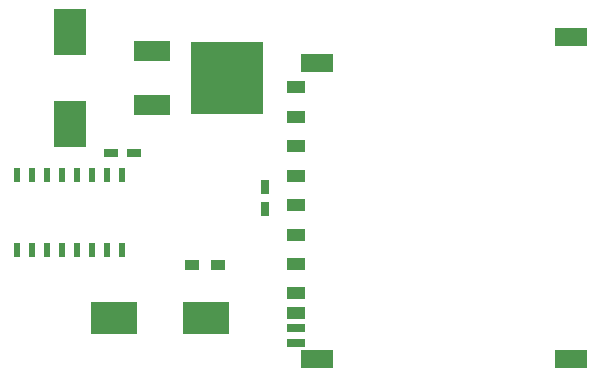
<source format=gbr>
G04 #@! TF.FileFunction,Paste,Top*
%FSLAX46Y46*%
G04 Gerber Fmt 4.6, Leading zero omitted, Abs format (unit mm)*
G04 Created by KiCad (PCBNEW 4.0.5+dfsg1-4) date Thu Feb 15 14:06:30 2018*
%MOMM*%
%LPD*%
G01*
G04 APERTURE LIST*
%ADD10C,0.100000*%
%ADD11R,2.700020X4.000500*%
%ADD12R,4.000500X2.700020*%
%ADD13R,1.200000X0.750000*%
%ADD14R,0.750000X1.200000*%
%ADD15R,1.501140X1.000760*%
%ADD16R,2.799080X1.501140*%
%ADD17R,1.501140X0.701040*%
%ADD18R,3.048000X1.651000*%
%ADD19R,6.096000X6.096000*%
%ADD20R,0.508000X1.143000*%
%ADD21R,1.200000X0.900000*%
G04 APERTURE END LIST*
D10*
D11*
X148590000Y-87551260D03*
X148590000Y-95328740D03*
D12*
X152321260Y-111760000D03*
X160098740Y-111760000D03*
D13*
X153985000Y-97790000D03*
X152085000Y-97790000D03*
D14*
X165100000Y-102550000D03*
X165100000Y-100650000D03*
D15*
X167754300Y-97226120D03*
X167754300Y-99725480D03*
X167754300Y-102224840D03*
X167754300Y-104724200D03*
X167754300Y-107226100D03*
X167754300Y-109649260D03*
X167754300Y-111351060D03*
X167754300Y-92224860D03*
D16*
X191056260Y-115249960D03*
X191056260Y-87950040D03*
X169555160Y-115249960D03*
X169555160Y-90149680D03*
D15*
X167754300Y-94724220D03*
D17*
X167754300Y-112649000D03*
X167754300Y-113850420D03*
D18*
X155575000Y-89154000D03*
D19*
X161925000Y-91440000D03*
D18*
X155575000Y-93726000D03*
D20*
X153035000Y-106045000D03*
X150495000Y-106045000D03*
X149225000Y-106045000D03*
X147955000Y-106045000D03*
X146685000Y-106045000D03*
X145415000Y-106045000D03*
X144145000Y-106045000D03*
X144145000Y-99695000D03*
X145415000Y-99695000D03*
X146685000Y-99695000D03*
X147955000Y-99695000D03*
X149225000Y-99695000D03*
X150495000Y-99695000D03*
X151765000Y-99695000D03*
X153035000Y-99695000D03*
X151765000Y-106045000D03*
D21*
X161120000Y-107315000D03*
X158920000Y-107315000D03*
M02*

</source>
